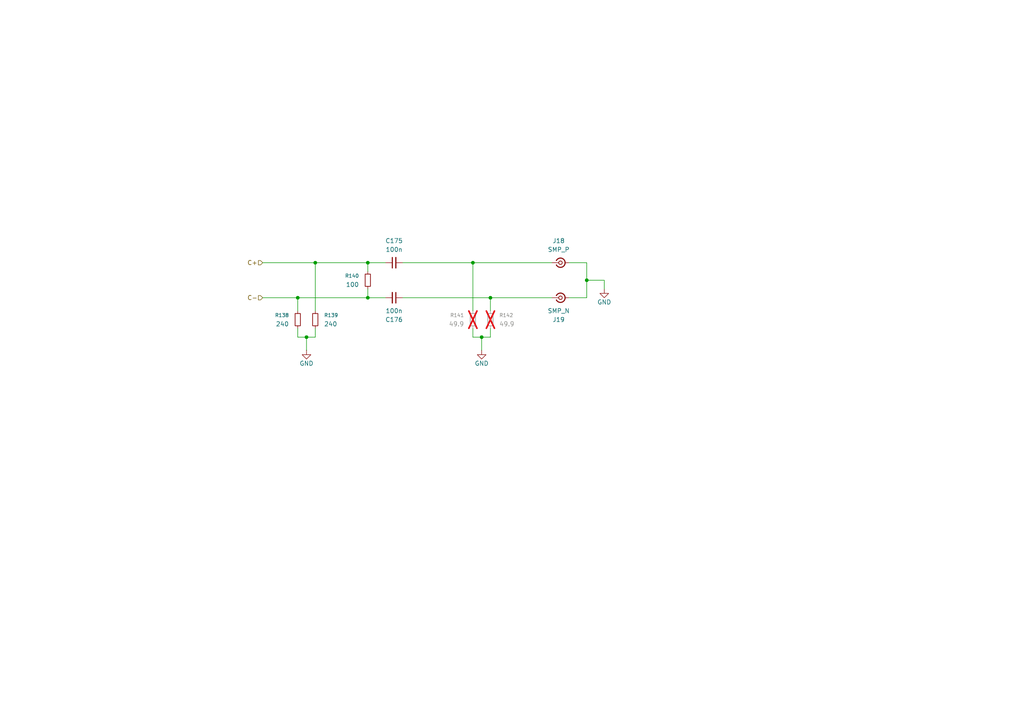
<source format=kicad_sch>
(kicad_sch (version 20250114) (generator "eeschema") (generator_version "9.0")
  (paper "A4")
  (lib_symbols
    (symbol "Connector:Conn_Coaxial_Small" (pin_numbers (hide yes)) (pin_names (offset 1.016) (hide yes))
      (property "Reference" "J" (at 0.254 3.048 0))
      (property "Value" "Conn_Coaxial_Small" (at 0 -3.81 0))
      (symbol "Conn_Coaxial_Small_0_1"
        (polyline (pts (xy -2.54 0) (xy -0.508 0)))
        (circle (center 0 0) (radius 0.508) (stroke (width 0.2032)))
      )
      (symbol "Conn_Coaxial_Small_1_1"
        (arc (start 1.3484 0.0039) (mid 0.327 -1.308) (end -1.1916 -0.6311) (stroke (width 0.3048)))
        (arc (start -1.1916 0.6311) (mid 0.327 1.3081) (end 1.3484 -0.0039) (stroke (width 0.3048)))
        (pin passive line (at -2.54 0 0) (length 1.27) (name "In") (number "1"))
        (pin passive line (at 2.54 0 180) (length 1.27) (name "Ext") (number "2"))
      )
    )
    (symbol "Device:C_Small" (pin_numbers (hide yes)) (pin_names (offset 0.254) (hide yes))
      (property "Reference" "C" (at 0.254 1.778 0))
      (property "Value" "C_Small" (at 0.254 -2.032 0))
      (symbol "C_Small_0_1"
        (polyline (pts (xy -1.524 0.508) (xy 1.524 0.508)) (stroke (width 0.3048)))
        (polyline (pts (xy -1.524 -0.508) (xy 1.524 -0.508)) (stroke (width 0.3302)))
      )
      (symbol "C_Small_1_1"
        (pin passive line (at 0 2.54 270) (length 2.032) (name "~") (number "1"))
        (pin passive line (at 0 -2.54 90) (length 2.032) (name "~") (number "2"))
      )
    )
    (symbol "Device:R_Small" (pin_numbers (hide yes)) (pin_names (offset 0.254) (hide yes))
      (property "Reference" "R" (at 0 0 90))
      (property "Value" "R_Small" (at 1.778 0 90))
      (symbol "R_Small_0_1"
        (rectangle (start -0.762 1.778) (end 0.762 -1.778) (stroke (width 0.2032)))
      )
      (symbol "R_Small_1_1"
        (pin passive line (at 0 2.54 270) (length 0.762) (name "~") (number "1"))
        (pin passive line (at 0 -2.54 90) (length 0.762) (name "~") (number "2"))
      )
    )
    (symbol "power:GND" (power) (pin_numbers (hide yes)) (pin_names (offset 0) (hide yes))
      (property "Value" "GND" (at 0 -3.81 0))
      (symbol "GND_0_1"
        (polyline (pts (xy 0 0) (xy 0 -1.27) (xy 1.27 -1.27) (xy 0 -2.54) (xy -1.27 -1.27) (xy 0 -1.27)))
      )
      (symbol "GND_1_1"
        (pin power_in line (at 0 0 270) (length 0) (name "~") (number "1"))
      )
    )
  )
  (junction (at 91.44 76.2))
  (junction (at 88.9 97.79))
  (junction (at 86.36 86.36))
  (junction (at 142.24 86.36))
  (junction (at 106.68 86.36))
  (junction (at 137.16 76.2))
  (junction (at 139.7 97.79))
  (junction (at 170.18 81.28))
  (junction (at 106.68 76.2))
  (wire (pts (xy 137.16 97.79) (xy 137.16 95.25)))
  (wire (pts (xy 106.68 83.82) (xy 106.68 86.36)))
  (wire (pts (xy 137.16 76.2) (xy 137.16 90.17)))
  (wire (pts (xy 170.18 76.2) (xy 170.18 81.28)))
  (wire (pts (xy 88.9 97.79) (xy 91.44 97.79)))
  (wire (pts (xy 86.36 86.36) (xy 86.36 90.17)))
  (wire (pts (xy 91.44 76.2) (xy 106.68 76.2)))
  (wire (pts (xy 88.9 97.79) (xy 88.9 101.6)))
  (wire (pts (xy 142.24 86.36) (xy 116.84 86.36)))
  (wire (pts (xy 175.26 81.28) (xy 175.26 83.82)))
  (wire (pts (xy 142.24 86.36) (xy 142.24 90.17)))
  (wire (pts (xy 106.68 76.2) (xy 111.76 76.2)))
  (wire (pts (xy 76.2 76.2) (xy 91.44 76.2)))
  (wire (pts (xy 137.16 76.2) (xy 116.84 76.2)))
  (wire (pts (xy 165.1 86.36) (xy 170.18 86.36)))
  (wire (pts (xy 86.36 86.36) (xy 106.68 86.36)))
  (wire (pts (xy 170.18 81.28) (xy 175.26 81.28)))
  (wire (pts (xy 137.16 76.2) (xy 160.02 76.2)))
  (wire (pts (xy 76.2 86.36) (xy 86.36 86.36)))
  (wire (pts (xy 142.24 97.79) (xy 139.7 97.79)))
  (wire (pts (xy 86.36 97.79) (xy 88.9 97.79)))
  (wire (pts (xy 106.68 76.2) (xy 106.68 78.74)))
  (wire (pts (xy 91.44 97.79) (xy 91.44 95.25)))
  (wire (pts (xy 91.44 76.2) (xy 91.44 90.17)))
  (wire (pts (xy 170.18 81.28) (xy 170.18 86.36)))
  (wire (pts (xy 86.36 95.25) (xy 86.36 97.79)))
  (wire (pts (xy 139.7 97.79) (xy 137.16 97.79)))
  (wire (pts (xy 142.24 86.36) (xy 160.02 86.36)))
  (wire (pts (xy 165.1 76.2) (xy 170.18 76.2)))
  (wire (pts (xy 142.24 95.25) (xy 142.24 97.79)))
  (wire (pts (xy 106.68 86.36) (xy 111.76 86.36)))
  (wire (pts (xy 139.7 97.79) (xy 139.7 101.6)))
  (hierarchical_label "C-" (shape input) (at 76.2 86.36 180))
  (hierarchical_label "C+" (shape input) (at 76.2 76.2 180))
  (symbol (lib_id "Device:C_Small") (at 114.3 86.36 270) (unit 1)
    (property "Reference" "C174" (at 114.2937 92.71 90))
    (property "Value" "100n" (at 114.2937 90.17 90))
    (property "Footprint" "Capacitor_SMD:C_0402_1005Metric" (effects (hide yes)))
    (property "Description" "Unpolarized capacitor, small symbol" (effects (hide yes)))
    (property "DIGIKEY_PN" "490-14603-1-ND" (effects (hide yes)))
    (instances (project "huskypointofload" (path "" (reference "C176") (unit 1)) (path "" (reference "C178") (unit 1)) (path "" (reference "C184") (unit 1)) (path "" (reference "C174") (unit 1)) (path "" (reference "C180") (unit 1)) (path "" (reference "C182") (unit 1))))
  )
  (symbol (lib_id "Device:R_Small") (at 137.16 92.71 0) (mirror y) (unit 1) (dnp yes)
    (property "Reference" "R136" (at 134.62 91.4399 0) (effects (font (size 1.016 1.016)) (justify left)))
    (property "Value" "49.9" (at 134.62 93.9799 0) (effects (justify left)))
    (property "Description" "Resistor, small symbol" (effects (hide yes)))
    (instances (project "huskypointofload" (path "" (reference "R141") (unit 1)) (path "" (reference "R146") (unit 1)) (path "" (reference "R161") (unit 1)) (path "" (reference "R136") (unit 1)) (path "" (reference "R151") (unit 1)) (path "" (reference "R156") (unit 1))))
  )
  (symbol (lib_id "Device:R_Small") (at 86.36 92.71 0) (mirror y) (unit 1)
    (property "Reference" "R133" (at 83.82 91.4399 0) (effects (font (size 1.016 1.016)) (justify left)))
    (property "Value" "240" (at 83.82 93.9799 0) (effects (justify left)))
    (property "Description" "Resistor, small symbol" (effects (hide yes)))
    (instances (project "huskypointofload" (path "" (reference "R138") (unit 1)) (path "" (reference "R143") (unit 1)) (path "" (reference "R158") (unit 1)) (path "" (reference "R133") (unit 1)) (path "" (reference "R148") (unit 1)) (path "" (reference "R153") (unit 1))))
  )
  (symbol (lib_id "power:GND") (at 175.26 83.82 0) (unit 1)
    (property "Reference" "#PWR0185" (effects (hide yes)))
    (property "Value" "GND" (at 175.26 87.63 0))
    (property "Description" "Power symbol creates a global label with name \"GND\" , ground" (effects (hide yes)))
    (instances (project "huskypointofload" (path "" (reference "#PWR0188") (unit 1)) (path "" (reference "#PWR0191") (unit 1)) (path "" (reference "#PWR0200") (unit 1)) (path "" (reference "#PWR0185") (unit 1)) (path "" (reference "#PWR0194") (unit 1)) (path "" (reference "#PWR0197") (unit 1))))
  )
  (symbol (lib_id "power:GND") (at 139.7 101.6 0) (mirror y) (unit 1)
    (property "Reference" "#PWR0184" (effects (hide yes)))
    (property "Value" "GND" (at 139.7 105.41 0))
    (property "Description" "Power symbol creates a global label with name \"GND\" , ground" (effects (hide yes)))
    (instances (project "huskypointofload" (path "" (reference "#PWR0187") (unit 1)) (path "" (reference "#PWR0190") (unit 1)) (path "" (reference "#PWR0199") (unit 1)) (path "" (reference "#PWR0184") (unit 1)) (path "" (reference "#PWR0193") (unit 1)) (path "" (reference "#PWR0196") (unit 1))))
  )
  (symbol (lib_id "Device:R_Small") (at 106.68 81.28 0) (unit 1)
    (property "Reference" "R135" (at 104.14 80.0099 0) (effects (font (size 1.016 1.016)) (justify right)))
    (property "Value" "100" (at 104.14 82.5499 0) (effects (justify right)))
    (property "Description" "Resistor, small symbol" (effects (hide yes)))
    (instances (project "huskypointofload" (path "" (reference "R140") (unit 1)) (path "" (reference "R145") (unit 1)) (path "" (reference "R160") (unit 1)) (path "" (reference "R135") (unit 1)) (path "" (reference "R150") (unit 1)) (path "" (reference "R155") (unit 1))))
  )
  (symbol (lib_id "Device:R_Small") (at 91.44 92.71 0) (unit 1)
    (property "Reference" "R134" (at 93.98 91.4399 0) (effects (font (size 1.016 1.016)) (justify left)))
    (property "Value" "240" (at 93.98 93.9799 0) (effects (justify left)))
    (property "Description" "Resistor, small symbol" (effects (hide yes)))
    (instances (project "huskypointofload" (path "" (reference "R139") (unit 1)) (path "" (reference "R144") (unit 1)) (path "" (reference "R159") (unit 1)) (path "" (reference "R134") (unit 1)) (path "" (reference "R149") (unit 1)) (path "" (reference "R154") (unit 1))))
  )
  (symbol (lib_id "Connector:Conn_Coaxial_Small") (at 162.56 86.36 0) (mirror x) (unit 1)
    (property "Reference" "J17" (at 162.0404 92.71 0))
    (property "Value" "SMP_N" (at 162.0404 90.17 0))
    (property "Description" "small coaxial connector (BNC, SMA, SMB, SMC, Cinch/RCA, LEMO, ...)" (effects (hide yes)))
    (instances (project "huskypointofload" (path "" (reference "J19") (unit 1)) (path "" (reference "J21") (unit 1)) (path "" (reference "J27") (unit 1)) (path "" (reference "J17") (unit 1)) (path "" (reference "J23") (unit 1)) (path "" (reference "J25") (unit 1))))
  )
  (symbol (lib_id "power:GND") (at 88.9 101.6 0) (unit 1)
    (property "Reference" "#PWR0183" (effects (hide yes)))
    (property "Value" "GND" (at 88.9 105.41 0))
    (property "Description" "Power symbol creates a global label with name \"GND\" , ground" (effects (hide yes)))
    (instances (project "huskypointofload" (path "" (reference "#PWR0186") (unit 1)) (path "" (reference "#PWR0189") (unit 1)) (path "" (reference "#PWR0198") (unit 1)) (path "" (reference "#PWR0183") (unit 1)) (path "" (reference "#PWR0192") (unit 1)) (path "" (reference "#PWR0195") (unit 1))))
  )
  (symbol (lib_id "Device:C_Small") (at 114.3 76.2 90) (unit 1)
    (property "Reference" "C173" (at 114.3063 69.85 90))
    (property "Value" "100n" (at 114.3063 72.39 90))
    (property "Footprint" "Capacitor_SMD:C_0402_1005Metric" (effects (hide yes)))
    (property "Description" "Unpolarized capacitor, small symbol" (effects (hide yes)))
    (property "DIGIKEY_PN" "490-14603-1-ND" (effects (hide yes)))
    (instances (project "huskypointofload" (path "" (reference "C175") (unit 1)) (path "" (reference "C177") (unit 1)) (path "" (reference "C183") (unit 1)) (path "" (reference "C173") (unit 1)) (path "" (reference "C179") (unit 1)) (path "" (reference "C181") (unit 1))))
  )
  (symbol (lib_id "Connector:Conn_Coaxial_Small") (at 162.56 76.2 0) (unit 1)
    (property "Reference" "J16" (at 162.0404 69.85 0))
    (property "Value" "SMP_P" (at 162.0404 72.39 0))
    (property "Description" "small coaxial connector (BNC, SMA, SMB, SMC, Cinch/RCA, LEMO, ...)" (effects (hide yes)))
    (instances (project "huskypointofload" (path "" (reference "J18") (unit 1)) (path "" (reference "J20") (unit 1)) (path "" (reference "J26") (unit 1)) (path "" (reference "J16") (unit 1)) (path "" (reference "J22") (unit 1)) (path "" (reference "J24") (unit 1))))
  )
  (symbol (lib_id "Device:R_Small") (at 142.24 92.71 0) (unit 1) (dnp yes)
    (property "Reference" "R137" (at 144.78 91.4399 0) (effects (font (size 1.016 1.016)) (justify left)))
    (property "Value" "49.9" (at 144.78 93.9799 0) (effects (justify left)))
    (property "Description" "Resistor, small symbol" (effects (hide yes)))
    (instances (project "huskypointofload" (path "" (reference "R142") (unit 1)) (path "" (reference "R147") (unit 1)) (path "" (reference "R162") (unit 1)) (path "" (reference "R137") (unit 1)) (path "" (reference "R152") (unit 1)) (path "" (reference "R157") (unit 1))))
  )
)
</source>
